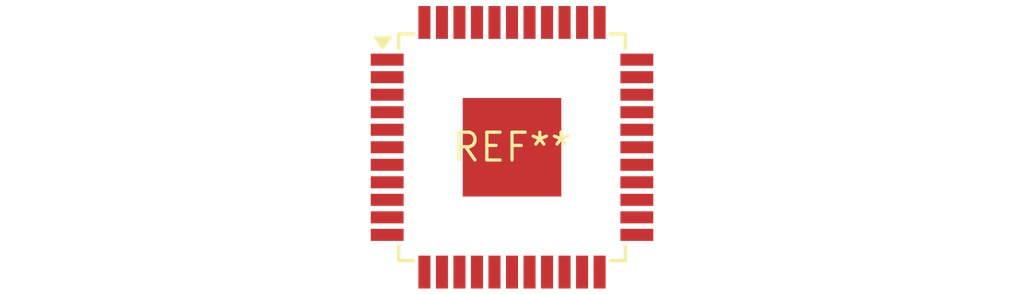
<source format=kicad_pcb>
(kicad_pcb (version 20240108) (generator pcbnew)
  (layers (0 "F.Cu" signal) (31 "B.Cu" signal) (34 "B.Paste" user) (35 "F.Paste" user) (36 "B.SilkS" user "B.Silkscreen") (37 "F.SilkS" user "F.Silkscreen") (38 "B.Mask" user) (39 "F.Mask" user) (44 "Edge.Cuts" user))
  (net 0 "")
  (footprint "TQFP-44-1EP_10x10mm_P0.8mm_EP4.5x4.5mm" (layer "F.Cu") (at 0 0)
    (property "Reference" "REF**")
    (property "Value" "TQFP-44-1EP_10x10mm_P0.8mm_EP4.5x4.5mm")
    (fp_line (start -5.175 -5.175) (end -4.5 -5.175) (layer "F.SilkS") (stroke (width 0.15)))
    (fp_line (start -5.175 -4.5) (end -5.175 -5.175) (layer "F.SilkS") (stroke (width 0.15)))
    (fp_line (start -5.175 5.175) (end -5.175 4.5) (layer "F.SilkS") (stroke (width 0.15)))
    (fp_line (start -5.175 5.175) (end -4.5 5.175) (layer "F.SilkS") (stroke (width 0.15)))
    (fp_line (start 5.175 -5.175) (end 4.5 -5.175) (layer "F.SilkS") (stroke (width 0.15)))
    (fp_line (start 5.175 -5.175) (end 5.175 -4.5) (layer "F.SilkS") (stroke (width 0.15)))
    (fp_line (start 5.175 5.175) (end 4.5 5.175) (layer "F.SilkS") (stroke (width 0.15)))
    (fp_line (start 5.175 5.175) (end 5.175 4.5) (layer "F.SilkS") (stroke (width 0.15)))
    (fp_poly (pts (xy -5.9 -4.54) (xy -6.24 -5.01) (xy -5.56 -5.01) (xy -5.9 -4.54)) (layer "F.SilkS") (stroke (width 0.12)) (fill solid))
    (pad "1" smd rect (at -5.7 -4) (size 1.5 0.55) (layers "F.Cu" "F.Paste" "F.Mask"))
    (pad "2" smd rect (at -5.7 -3.2) (size 1.5 0.55) (layers "F.Cu" "F.Paste" "F.Mask"))
    (pad "3" smd rect (at -5.7 -2.4) (size 1.5 0.55) (layers "F.Cu" "F.Paste" "F.Mask"))
    (pad "4" smd rect (at -5.7 -1.6) (size 1.5 0.55) (layers "F.Cu" "F.Paste" "F.Mask"))
    (pad "5" smd rect (at -5.7 -0.8) (size 1.5 0.55) (layers "F.Cu" "F.Paste" "F.Mask"))
    (pad "6" smd rect (at -5.7 0) (size 1.5 0.55) (layers "F.Cu" "F.Paste" "F.Mask"))
    (pad "7" smd rect (at -5.7 0.8) (size 1.5 0.55) (layers "F.Cu" "F.Paste" "F.Mask"))
    (pad "8" smd rect (at -5.7 1.6) (size 1.5 0.55) (layers "F.Cu" "F.Paste" "F.Mask"))
    (pad "9" smd rect (at -5.7 2.4) (size 1.5 0.55) (layers "F.Cu" "F.Paste" "F.Mask"))
    (pad "10" smd rect (at -5.7 3.2) (size 1.5 0.55) (layers "F.Cu" "F.Paste" "F.Mask"))
    (pad "11" smd rect (at -5.7 4) (size 1.5 0.55) (layers "F.Cu" "F.Paste" "F.Mask"))
    (pad "12" smd rect (at -4 5.7 90) (size 1.5 0.55) (layers "F.Cu" "F.Paste" "F.Mask"))
    (pad "13" smd rect (at -3.2 5.7 90) (size 1.5 0.55) (layers "F.Cu" "F.Paste" "F.Mask"))
    (pad "14" smd rect (at -2.4 5.7 90) (size 1.5 0.55) (layers "F.Cu" "F.Paste" "F.Mask"))
    (pad "15" smd rect (at -1.6 5.7 90) (size 1.5 0.55) (layers "F.Cu" "F.Paste" "F.Mask"))
    (pad "16" smd rect (at -0.8 5.7 90) (size 1.5 0.55) (layers "F.Cu" "F.Paste" "F.Mask"))
    (pad "17" smd rect (at 0 5.7 90) (size 1.5 0.55) (layers "F.Cu" "F.Paste" "F.Mask"))
    (pad "18" smd rect (at 0.8 5.7 90) (size 1.5 0.55) (layers "F.Cu" "F.Paste" "F.Mask"))
    (pad "19" smd rect (at 1.6 5.7 90) (size 1.5 0.55) (layers "F.Cu" "F.Paste" "F.Mask"))
    (pad "20" smd rect (at 2.4 5.7 90) (size 1.5 0.55) (layers "F.Cu" "F.Paste" "F.Mask"))
    (pad "21" smd rect (at 3.2 5.7 90) (size 1.5 0.55) (layers "F.Cu" "F.Paste" "F.Mask"))
    (pad "22" smd rect (at 4 5.7 90) (size 1.5 0.55) (layers "F.Cu" "F.Paste" "F.Mask"))
    (pad "23" smd rect (at 5.7 4) (size 1.5 0.55) (layers "F.Cu" "F.Paste" "F.Mask"))
    (pad "24" smd rect (at 5.7 3.2) (size 1.5 0.55) (layers "F.Cu" "F.Paste" "F.Mask"))
    (pad "25" smd rect (at 5.7 2.4) (size 1.5 0.55) (layers "F.Cu" "F.Paste" "F.Mask"))
    (pad "26" smd rect (at 5.7 1.6) (size 1.5 0.55) (layers "F.Cu" "F.Paste" "F.Mask"))
    (pad "27" smd rect (at 5.7 0.8) (size 1.5 0.55) (layers "F.Cu" "F.Paste" "F.Mask"))
    (pad "28" smd rect (at 5.7 0) (size 1.5 0.55) (layers "F.Cu" "F.Paste" "F.Mask"))
    (pad "29" smd rect (at 5.7 -0.8) (size 1.5 0.55) (layers "F.Cu" "F.Paste" "F.Mask"))
    (pad "30" smd rect (at 5.7 -1.6) (size 1.5 0.55) (layers "F.Cu" "F.Paste" "F.Mask"))
    (pad "31" smd rect (at 5.7 -2.4) (size 1.5 0.55) (layers "F.Cu" "F.Paste" "F.Mask"))
    (pad "32" smd rect (at 5.7 -3.2) (size 1.5 0.55) (layers "F.Cu" "F.Paste" "F.Mask"))
    (pad "33" smd rect (at 5.7 -4) (size 1.5 0.55) (layers "F.Cu" "F.Paste" "F.Mask"))
    (pad "34" smd rect (at 4 -5.7 90) (size 1.5 0.55) (layers "F.Cu" "F.Paste" "F.Mask"))
    (pad "35" smd rect (at 3.2 -5.7 90) (size 1.5 0.55) (layers "F.Cu" "F.Paste" "F.Mask"))
    (pad "36" smd rect (at 2.4 -5.7 90) (size 1.5 0.55) (layers "F.Cu" "F.Paste" "F.Mask"))
    (pad "37" smd rect (at 1.6 -5.7 90) (size 1.5 0.55) (layers "F.Cu" "F.Paste" "F.Mask"))
    (pad "38" smd rect (at 0.8 -5.7 90) (size 1.5 0.55) (layers "F.Cu" "F.Paste" "F.Mask"))
    (pad "39" smd rect (at 0 -5.7 90) (size 1.5 0.55) (layers "F.Cu" "F.Paste" "F.Mask"))
    (pad "40" smd rect (at -0.8 -5.7 90) (size 1.5 0.55) (layers "F.Cu" "F.Paste" "F.Mask"))
    (pad "41" smd rect (at -1.6 -5.7 90) (size 1.5 0.55) (layers "F.Cu" "F.Paste" "F.Mask"))
    (pad "42" smd rect (at -2.4 -5.7 90) (size 1.5 0.55) (layers "F.Cu" "F.Paste" "F.Mask"))
    (pad "43" smd rect (at -3.2 -5.7 90) (size 1.5 0.55) (layers "F.Cu" "F.Paste" "F.Mask"))
    (pad "44" smd rect (at -4 -5.7 90) (size 1.5 0.55) (layers "F.Cu" "F.Paste" "F.Mask"))
    (pad "45" smd rect (at 0 0) (size 4.5 4.5) (layers "F.Cu" "F.Mask"))
  )
)
</source>
